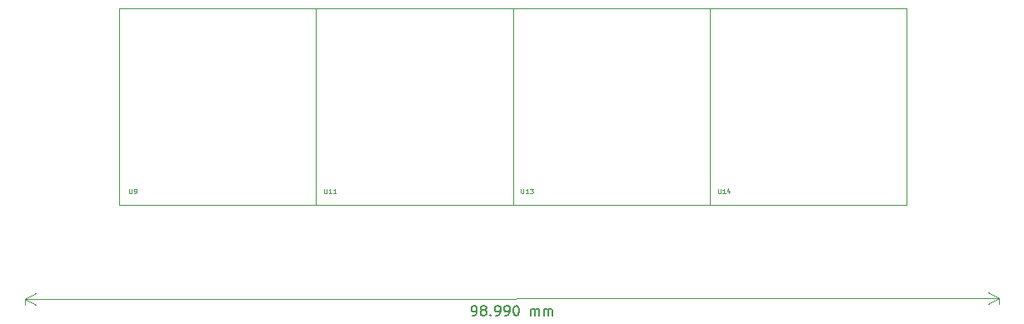
<source format=gto>
G04 #@! TF.GenerationSoftware,KiCad,Pcbnew,(5.1.9)-1*
G04 #@! TF.CreationDate,2021-03-16T21:09:54+08:00*
G04 #@! TF.ProjectId,driver,64726976-6572-42e6-9b69-6361645f7063,v1.0*
G04 #@! TF.SameCoordinates,Original*
G04 #@! TF.FileFunction,Legend,Top*
G04 #@! TF.FilePolarity,Positive*
%FSLAX46Y46*%
G04 Gerber Fmt 4.6, Leading zero omitted, Abs format (unit mm)*
G04 Created by KiCad (PCBNEW (5.1.9)-1) date 2021-03-16 21:09:54*
%MOMM*%
%LPD*%
G01*
G04 APERTURE LIST*
%ADD10C,0.150000*%
%ADD11C,0.120000*%
%ADD12C,0.015000*%
%ADD13O,1.800000X1.800000*%
%ADD14C,1.100000*%
G04 APERTURE END LIST*
D10*
X76726693Y-70773683D02*
X76917169Y-70773530D01*
X77012369Y-70725834D01*
X77059950Y-70678176D01*
X77155072Y-70535242D01*
X77202537Y-70344727D01*
X77202229Y-69963775D01*
X77154533Y-69868575D01*
X77106876Y-69820995D01*
X77011599Y-69773453D01*
X76821123Y-69773607D01*
X76725924Y-69821303D01*
X76678343Y-69868960D01*
X76630801Y-69964237D01*
X76630994Y-70202332D01*
X76678690Y-70297532D01*
X76726347Y-70345112D01*
X76821624Y-70392654D01*
X77012100Y-70392500D01*
X77107299Y-70344804D01*
X77154880Y-70297147D01*
X77202422Y-70201870D01*
X77773850Y-70201408D02*
X77678574Y-70153866D01*
X77630916Y-70106286D01*
X77583220Y-70011086D01*
X77583182Y-69963467D01*
X77630724Y-69868191D01*
X77678304Y-69820533D01*
X77773504Y-69772837D01*
X77963980Y-69772683D01*
X78059257Y-69820225D01*
X78106914Y-69867806D01*
X78154610Y-69963005D01*
X78154649Y-70010624D01*
X78107107Y-70105901D01*
X78059526Y-70153558D01*
X77964326Y-70201254D01*
X77773850Y-70201408D01*
X77678651Y-70249104D01*
X77631070Y-70296762D01*
X77583528Y-70392038D01*
X77583682Y-70582515D01*
X77631378Y-70677714D01*
X77679036Y-70725295D01*
X77774312Y-70772837D01*
X77964788Y-70772683D01*
X78059988Y-70724987D01*
X78107568Y-70677329D01*
X78155110Y-70582053D01*
X78154956Y-70391577D01*
X78107260Y-70296377D01*
X78059603Y-70248797D01*
X77964326Y-70201254D01*
X78583759Y-70676945D02*
X78631416Y-70724525D01*
X78583836Y-70772183D01*
X78536178Y-70724602D01*
X78583759Y-70676945D01*
X78583836Y-70772183D01*
X79107645Y-70771759D02*
X79298121Y-70771605D01*
X79393321Y-70723909D01*
X79440901Y-70676252D01*
X79536024Y-70533318D01*
X79583489Y-70342803D01*
X79583181Y-69961851D01*
X79535485Y-69866651D01*
X79487828Y-69819071D01*
X79392551Y-69771529D01*
X79202075Y-69771683D01*
X79106875Y-69819379D01*
X79059295Y-69867036D01*
X79011753Y-69962313D01*
X79011945Y-70200408D01*
X79059641Y-70295607D01*
X79107299Y-70343188D01*
X79202575Y-70390730D01*
X79393051Y-70390576D01*
X79488251Y-70342880D01*
X79535831Y-70295223D01*
X79583373Y-70199946D01*
X80060026Y-70770990D02*
X80250502Y-70770836D01*
X80345701Y-70723140D01*
X80393282Y-70675482D01*
X80488404Y-70532548D01*
X80535870Y-70342033D01*
X80535562Y-69961081D01*
X80487866Y-69865882D01*
X80440208Y-69818301D01*
X80344932Y-69770759D01*
X80154456Y-69770913D01*
X80059256Y-69818609D01*
X80011675Y-69866266D01*
X79964133Y-69961543D01*
X79964326Y-70199638D01*
X80012022Y-70294838D01*
X80059679Y-70342418D01*
X80154956Y-70389960D01*
X80345432Y-70389806D01*
X80440632Y-70342110D01*
X80488212Y-70294453D01*
X80535754Y-70199176D01*
X81154455Y-69770105D02*
X81249693Y-69770028D01*
X81344970Y-69817570D01*
X81392627Y-69865150D01*
X81440323Y-69960350D01*
X81488096Y-70150788D01*
X81488289Y-70388883D01*
X81440824Y-70579397D01*
X81393282Y-70674674D01*
X81345701Y-70722331D01*
X81250501Y-70770027D01*
X81155263Y-70770104D01*
X81059987Y-70722562D01*
X81012329Y-70674982D01*
X80964633Y-70579782D01*
X80916860Y-70389345D01*
X80916668Y-70151249D01*
X80964133Y-69960735D01*
X81011675Y-69865458D01*
X81059256Y-69817801D01*
X81154455Y-69770105D01*
X82679072Y-70768873D02*
X82678534Y-70102206D01*
X82678611Y-70197445D02*
X82726191Y-70149787D01*
X82821391Y-70102091D01*
X82964248Y-70101976D01*
X83059524Y-70149518D01*
X83107220Y-70244717D01*
X83107644Y-70768527D01*
X83107220Y-70244717D02*
X83154762Y-70149441D01*
X83249962Y-70101745D01*
X83392819Y-70101629D01*
X83488096Y-70149171D01*
X83535792Y-70244371D01*
X83536215Y-70768180D01*
X84012405Y-70767795D02*
X84011867Y-70101129D01*
X84011943Y-70196367D02*
X84059524Y-70148709D01*
X84154724Y-70101013D01*
X84297581Y-70100898D01*
X84392857Y-70148440D01*
X84440553Y-70243640D01*
X84440977Y-70767449D01*
X84440553Y-70243640D02*
X84488095Y-70148363D01*
X84583295Y-70100667D01*
X84726152Y-70100552D01*
X84821429Y-70148094D01*
X84869125Y-70243293D01*
X84869548Y-70767103D01*
D11*
X31277920Y-69088032D02*
X130267920Y-69008032D01*
X31277920Y-69088000D02*
X31278394Y-69674453D01*
X130267920Y-69008000D02*
X130268394Y-69594453D01*
X130267920Y-69008032D02*
X129141891Y-69595363D01*
X130267920Y-69008032D02*
X129140943Y-68422522D01*
X31277920Y-69088032D02*
X32404897Y-69673542D01*
X31277920Y-69088032D02*
X32403949Y-68500701D01*
X100889120Y-39551360D02*
X100889120Y-59551360D01*
X120889120Y-39551360D02*
X120889120Y-59551360D01*
X100889120Y-39551360D02*
X120889120Y-39551360D01*
X100889120Y-59551360D02*
X120889120Y-59551360D01*
X80873920Y-39551360D02*
X80873920Y-59551360D01*
X100873920Y-39551360D02*
X100873920Y-59551360D01*
X80873920Y-39551360D02*
X100873920Y-39551360D01*
X80873920Y-59551360D02*
X100873920Y-59551360D01*
X60858720Y-39551360D02*
X60858720Y-59551360D01*
X80858720Y-39551360D02*
X80858720Y-59551360D01*
X60858720Y-39551360D02*
X80858720Y-39551360D01*
X60858720Y-59551360D02*
X80858720Y-59551360D01*
X40843520Y-39551360D02*
X40843520Y-59551360D01*
X60843520Y-39551360D02*
X60843520Y-59551360D01*
X40843520Y-39551360D02*
X60843520Y-39551360D01*
X40843520Y-59551360D02*
X60843520Y-59551360D01*
D12*
X101691834Y-57891502D02*
X101691834Y-58280074D01*
X101714691Y-58325788D01*
X101737548Y-58348645D01*
X101783262Y-58371502D01*
X101874691Y-58371502D01*
X101920405Y-58348645D01*
X101943262Y-58325788D01*
X101966120Y-58280074D01*
X101966120Y-57891502D01*
X102446120Y-58371502D02*
X102171834Y-58371502D01*
X102308977Y-58371502D02*
X102308977Y-57891502D01*
X102263262Y-57960074D01*
X102217548Y-58005788D01*
X102171834Y-58028645D01*
X102857548Y-58051502D02*
X102857548Y-58371502D01*
X102743262Y-57868645D02*
X102628977Y-58211502D01*
X102926120Y-58211502D01*
X81676634Y-57891502D02*
X81676634Y-58280074D01*
X81699491Y-58325788D01*
X81722348Y-58348645D01*
X81768062Y-58371502D01*
X81859491Y-58371502D01*
X81905205Y-58348645D01*
X81928062Y-58325788D01*
X81950920Y-58280074D01*
X81950920Y-57891502D01*
X82430920Y-58371502D02*
X82156634Y-58371502D01*
X82293777Y-58371502D02*
X82293777Y-57891502D01*
X82248062Y-57960074D01*
X82202348Y-58005788D01*
X82156634Y-58028645D01*
X82590920Y-57891502D02*
X82888062Y-57891502D01*
X82728062Y-58074360D01*
X82796634Y-58074360D01*
X82842348Y-58097217D01*
X82865205Y-58120074D01*
X82888062Y-58165788D01*
X82888062Y-58280074D01*
X82865205Y-58325788D01*
X82842348Y-58348645D01*
X82796634Y-58371502D01*
X82659491Y-58371502D01*
X82613777Y-58348645D01*
X82590920Y-58325788D01*
X61661434Y-57891502D02*
X61661434Y-58280074D01*
X61684291Y-58325788D01*
X61707148Y-58348645D01*
X61752862Y-58371502D01*
X61844291Y-58371502D01*
X61890005Y-58348645D01*
X61912862Y-58325788D01*
X61935720Y-58280074D01*
X61935720Y-57891502D01*
X62415720Y-58371502D02*
X62141434Y-58371502D01*
X62278577Y-58371502D02*
X62278577Y-57891502D01*
X62232862Y-57960074D01*
X62187148Y-58005788D01*
X62141434Y-58028645D01*
X62872862Y-58371502D02*
X62598577Y-58371502D01*
X62735720Y-58371502D02*
X62735720Y-57891502D01*
X62690005Y-57960074D01*
X62644291Y-58005788D01*
X62598577Y-58028645D01*
X41874805Y-57891502D02*
X41874805Y-58280074D01*
X41897662Y-58325788D01*
X41920520Y-58348645D01*
X41966234Y-58371502D01*
X42057662Y-58371502D01*
X42103377Y-58348645D01*
X42126234Y-58325788D01*
X42149091Y-58280074D01*
X42149091Y-57891502D01*
X42400520Y-58371502D02*
X42491948Y-58371502D01*
X42537662Y-58348645D01*
X42560520Y-58325788D01*
X42606234Y-58257217D01*
X42629091Y-58165788D01*
X42629091Y-57982931D01*
X42606234Y-57937217D01*
X42583377Y-57914360D01*
X42537662Y-57891502D01*
X42446234Y-57891502D01*
X42400520Y-57914360D01*
X42377662Y-57937217D01*
X42354805Y-57982931D01*
X42354805Y-58097217D01*
X42377662Y-58142931D01*
X42400520Y-58165788D01*
X42446234Y-58188645D01*
X42537662Y-58188645D01*
X42583377Y-58165788D01*
X42606234Y-58142931D01*
X42629091Y-58097217D01*
%LPC*%
D13*
X35828800Y-44972800D03*
X35828800Y-47512800D03*
X35828800Y-50052800D03*
X35828800Y-52592800D03*
G36*
G01*
X34928800Y-55982800D02*
X34928800Y-54282800D01*
G75*
G02*
X34978800Y-54232800I50000J0D01*
G01*
X36678800Y-54232800D01*
G75*
G02*
X36728800Y-54282800I0J-50000D01*
G01*
X36728800Y-55982800D01*
G75*
G02*
X36678800Y-56032800I-50000J0D01*
G01*
X34978800Y-56032800D01*
G75*
G02*
X34928800Y-55982800I0J50000D01*
G01*
G37*
G36*
G01*
X101482120Y-57384360D02*
X101482120Y-56384360D01*
G75*
G02*
X101532120Y-56334360I50000J0D01*
G01*
X102532120Y-56334360D01*
G75*
G02*
X102582120Y-56384360I0J-50000D01*
G01*
X102582120Y-57384360D01*
G75*
G02*
X102532120Y-57434360I-50000J0D01*
G01*
X101532120Y-57434360D01*
G75*
G02*
X101482120Y-57384360I0J50000D01*
G01*
G37*
D14*
X104532120Y-56884360D03*
X107032120Y-56884360D03*
X109532120Y-56884360D03*
X112032120Y-56884360D03*
X114532120Y-56884360D03*
X117032120Y-56884360D03*
X119532120Y-56884360D03*
X119532120Y-41884360D03*
X117032120Y-41884360D03*
X114532120Y-41884360D03*
X112032120Y-41884360D03*
X109532120Y-41884360D03*
X107032120Y-41884360D03*
X104532120Y-41884360D03*
X102032120Y-41884360D03*
G36*
G01*
X81466920Y-57384360D02*
X81466920Y-56384360D01*
G75*
G02*
X81516920Y-56334360I50000J0D01*
G01*
X82516920Y-56334360D01*
G75*
G02*
X82566920Y-56384360I0J-50000D01*
G01*
X82566920Y-57384360D01*
G75*
G02*
X82516920Y-57434360I-50000J0D01*
G01*
X81516920Y-57434360D01*
G75*
G02*
X81466920Y-57384360I0J50000D01*
G01*
G37*
X84516920Y-56884360D03*
X87016920Y-56884360D03*
X89516920Y-56884360D03*
X92016920Y-56884360D03*
X94516920Y-56884360D03*
X97016920Y-56884360D03*
X99516920Y-56884360D03*
X99516920Y-41884360D03*
X97016920Y-41884360D03*
X94516920Y-41884360D03*
X92016920Y-41884360D03*
X89516920Y-41884360D03*
X87016920Y-41884360D03*
X84516920Y-41884360D03*
X82016920Y-41884360D03*
G36*
G01*
X61451720Y-57384360D02*
X61451720Y-56384360D01*
G75*
G02*
X61501720Y-56334360I50000J0D01*
G01*
X62501720Y-56334360D01*
G75*
G02*
X62551720Y-56384360I0J-50000D01*
G01*
X62551720Y-57384360D01*
G75*
G02*
X62501720Y-57434360I-50000J0D01*
G01*
X61501720Y-57434360D01*
G75*
G02*
X61451720Y-57384360I0J50000D01*
G01*
G37*
X64501720Y-56884360D03*
X67001720Y-56884360D03*
X69501720Y-56884360D03*
X72001720Y-56884360D03*
X74501720Y-56884360D03*
X77001720Y-56884360D03*
X79501720Y-56884360D03*
X79501720Y-41884360D03*
X77001720Y-41884360D03*
X74501720Y-41884360D03*
X72001720Y-41884360D03*
X69501720Y-41884360D03*
X67001720Y-41884360D03*
X64501720Y-41884360D03*
X62001720Y-41884360D03*
G36*
G01*
X41436520Y-57384360D02*
X41436520Y-56384360D01*
G75*
G02*
X41486520Y-56334360I50000J0D01*
G01*
X42486520Y-56334360D01*
G75*
G02*
X42536520Y-56384360I0J-50000D01*
G01*
X42536520Y-57384360D01*
G75*
G02*
X42486520Y-57434360I-50000J0D01*
G01*
X41486520Y-57434360D01*
G75*
G02*
X41436520Y-57384360I0J50000D01*
G01*
G37*
X44486520Y-56884360D03*
X46986520Y-56884360D03*
X49486520Y-56884360D03*
X51986520Y-56884360D03*
X54486520Y-56884360D03*
X56986520Y-56884360D03*
X59486520Y-56884360D03*
X59486520Y-41884360D03*
X56986520Y-41884360D03*
X54486520Y-41884360D03*
X51986520Y-41884360D03*
X49486520Y-41884360D03*
X46986520Y-41884360D03*
X44486520Y-41884360D03*
X41986520Y-41884360D03*
M02*

</source>
